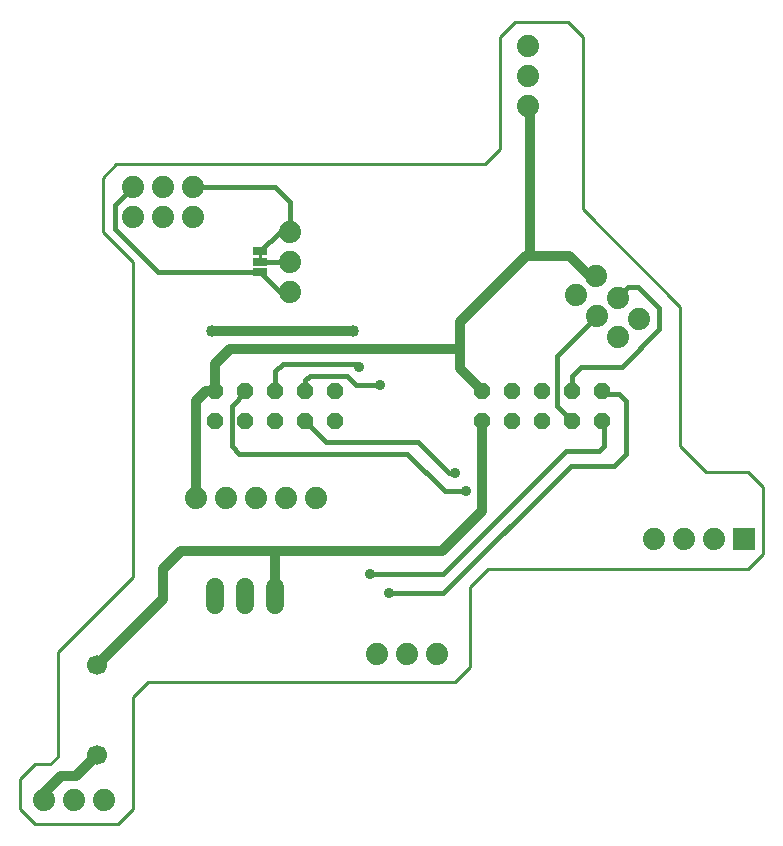
<source format=gtl>
G75*
%MOIN*%
%OFA0B0*%
%FSLAX24Y24*%
%IPPOS*%
%LPD*%
%AMOC8*
5,1,8,0,0,1.08239X$1,22.5*
%
%ADD10C,0.0100*%
%ADD11R,0.0740X0.0740*%
%ADD12C,0.0740*%
%ADD13R,0.0500X0.0250*%
%ADD14C,0.0669*%
%ADD15OC8,0.0560*%
%ADD16C,0.0600*%
%ADD17C,0.0320*%
%ADD18C,0.0356*%
%ADD19C,0.0160*%
%ADD20C,0.0400*%
D10*
X000150Y000650D02*
X000150Y001650D01*
X000650Y002150D01*
X001150Y002150D01*
X001400Y002400D01*
X001400Y005900D01*
X003900Y008400D01*
X003900Y018900D01*
X002900Y019900D01*
X002900Y021700D01*
X003350Y022150D01*
X015650Y022150D01*
X016150Y022650D01*
X016150Y026400D01*
X016650Y026900D01*
X018400Y026900D01*
X018900Y026400D01*
X018900Y020650D01*
X022150Y017400D01*
X022150Y012750D01*
X023000Y011900D01*
X024400Y011900D01*
X024900Y011400D01*
X024900Y009150D01*
X024400Y008650D01*
X015750Y008650D01*
X015150Y008050D01*
X015150Y005400D01*
X014650Y004900D01*
X004400Y004900D01*
X003900Y004400D01*
X003900Y000650D01*
X003400Y000150D01*
X000650Y000150D01*
X000150Y000650D01*
X008150Y018900D02*
X008150Y019250D01*
D11*
X024275Y009650D03*
D12*
X023275Y009650D03*
X022275Y009650D03*
X021275Y009650D03*
X014050Y005825D03*
X013050Y005825D03*
X012050Y005825D03*
X010025Y011025D03*
X009025Y011025D03*
X008025Y011025D03*
X007025Y011025D03*
X006025Y011025D03*
X009150Y017900D03*
X009150Y018900D03*
X009150Y019900D03*
X005900Y020400D03*
X004900Y020400D03*
X003900Y020400D03*
X003900Y021400D03*
X004900Y021400D03*
X005900Y021400D03*
X017075Y024100D03*
X017075Y025100D03*
X017075Y026100D03*
X019361Y018414D03*
X018675Y017800D03*
X019382Y017093D03*
X020068Y017707D03*
X020775Y017000D03*
X020089Y016386D03*
X002950Y000950D03*
X001950Y000950D03*
X000950Y000950D03*
D13*
X008150Y018550D03*
X008150Y018900D03*
X008150Y019250D03*
D14*
X002700Y005450D03*
X002700Y002450D03*
D15*
X006650Y013600D03*
X007650Y013600D03*
X007650Y014600D03*
X006650Y014600D03*
X008650Y014600D03*
X009650Y014600D03*
X010650Y014600D03*
X010650Y013600D03*
X009650Y013600D03*
X008650Y013600D03*
X015550Y013600D03*
X016550Y013600D03*
X017550Y013600D03*
X017550Y014600D03*
X016550Y014600D03*
X015550Y014600D03*
X018550Y014600D03*
X019550Y014600D03*
X019550Y013600D03*
X018550Y013600D03*
D16*
X008650Y008050D02*
X008650Y007450D01*
X007650Y007450D02*
X007650Y008050D01*
X006650Y008050D02*
X006650Y007450D01*
D17*
X004900Y007650D02*
X002700Y005450D01*
X004900Y007650D02*
X004900Y008650D01*
X005500Y009250D01*
X008650Y009250D01*
X008650Y007750D01*
X008650Y009250D02*
X014200Y009250D01*
X015550Y010600D01*
X015550Y013600D01*
X015550Y014600D02*
X014800Y015350D01*
X014800Y016000D01*
X007150Y016000D01*
X006650Y015500D01*
X006650Y014600D01*
X006350Y014600D01*
X006000Y014250D01*
X006000Y011050D01*
X006025Y011025D01*
X006550Y016600D02*
X011250Y016600D01*
X014800Y016900D02*
X014800Y016000D01*
X014800Y016900D02*
X017000Y019100D01*
X017150Y019100D01*
X017150Y024100D01*
X017075Y024100D01*
X017150Y019100D02*
X018450Y019100D01*
X019136Y018414D01*
X019361Y018414D01*
X002700Y002450D02*
X002000Y001750D01*
X001500Y001750D01*
X000950Y001200D01*
X000950Y000950D01*
D18*
X011800Y008500D03*
X012450Y007850D03*
X015000Y011250D03*
X014650Y011850D03*
X012150Y014800D03*
X011450Y015400D03*
D19*
X011350Y015500D01*
X008900Y015500D01*
X008650Y015250D01*
X008650Y014600D01*
X009650Y014600D02*
X009650Y014950D01*
X009800Y015100D01*
X011050Y015100D01*
X011350Y014800D01*
X012150Y014800D01*
X013400Y012900D02*
X010350Y012900D01*
X009650Y013600D01*
X007650Y014550D02*
X007650Y014600D01*
X007650Y014550D02*
X007200Y014100D01*
X007200Y012750D01*
X007450Y012500D01*
X013050Y012500D01*
X014300Y011250D01*
X015000Y011250D01*
X014650Y011850D02*
X014450Y011850D01*
X013400Y012900D01*
X014250Y008500D02*
X018350Y012600D01*
X019450Y012600D01*
X019600Y012750D01*
X019600Y013550D01*
X019550Y013600D01*
X018550Y013600D02*
X018050Y014100D01*
X018050Y015761D01*
X019382Y017093D01*
X020068Y017707D02*
X020411Y018050D01*
X020750Y018050D01*
X021450Y017350D01*
X021450Y016650D01*
X020200Y015400D01*
X018850Y015400D01*
X018550Y015100D01*
X018550Y014600D01*
X019550Y014600D02*
X019650Y014500D01*
X020100Y014500D01*
X020350Y014250D01*
X020350Y012500D01*
X019950Y012100D01*
X018500Y012100D01*
X014250Y007850D01*
X012450Y007850D01*
X011800Y008500D02*
X014250Y008500D01*
X009150Y017900D02*
X008800Y017900D01*
X008150Y018550D01*
X004750Y018550D01*
X003300Y020000D01*
X003300Y020800D01*
X003900Y021400D01*
X005900Y021400D02*
X008650Y021400D01*
X009150Y020900D01*
X009150Y019900D01*
X008800Y019900D01*
X008150Y019250D01*
X008150Y018900D02*
X009150Y018900D01*
D20*
X011250Y016600D03*
X006550Y016600D03*
M02*

</source>
